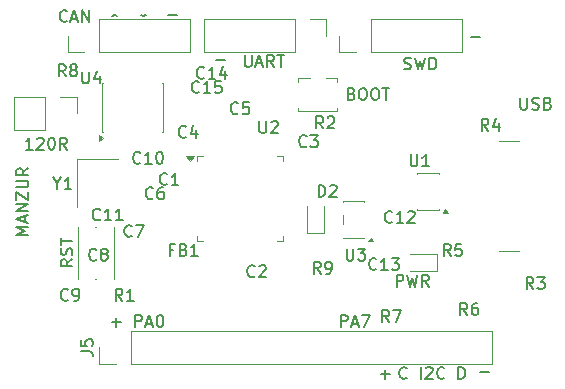
<source format=gbr>
%TF.GenerationSoftware,KiCad,Pcbnew,9.0.6-9.0.6~ubuntu24.04.1*%
%TF.CreationDate,2025-12-02T22:29:15-06:00*%
%TF.ProjectId,Kicad_stm32_1st,4b696361-645f-4737-946d-33325f317374,rev?*%
%TF.SameCoordinates,Original*%
%TF.FileFunction,Legend,Top*%
%TF.FilePolarity,Positive*%
%FSLAX46Y46*%
G04 Gerber Fmt 4.6, Leading zero omitted, Abs format (unit mm)*
G04 Created by KiCad (PCBNEW 9.0.6-9.0.6~ubuntu24.04.1) date 2025-12-02 22:29:15*
%MOMM*%
%LPD*%
G01*
G04 APERTURE LIST*
%ADD10C,0.150000*%
%ADD11C,0.120000*%
G04 APERTURE END LIST*
D10*
X85336779Y-54488866D02*
X86098684Y-54488866D01*
X73469819Y-73063220D02*
X72469819Y-73063220D01*
X72469819Y-73063220D02*
X73184104Y-72729887D01*
X73184104Y-72729887D02*
X72469819Y-72396554D01*
X72469819Y-72396554D02*
X73469819Y-72396554D01*
X73184104Y-71967982D02*
X73184104Y-71491792D01*
X73469819Y-72063220D02*
X72469819Y-71729887D01*
X72469819Y-71729887D02*
X73469819Y-71396554D01*
X73469819Y-71063220D02*
X72469819Y-71063220D01*
X72469819Y-71063220D02*
X73469819Y-70491792D01*
X73469819Y-70491792D02*
X72469819Y-70491792D01*
X72469819Y-70110839D02*
X72469819Y-69444173D01*
X72469819Y-69444173D02*
X73469819Y-70110839D01*
X73469819Y-70110839D02*
X73469819Y-69444173D01*
X72469819Y-69063220D02*
X73279342Y-69063220D01*
X73279342Y-69063220D02*
X73374580Y-69015601D01*
X73374580Y-69015601D02*
X73422200Y-68967982D01*
X73422200Y-68967982D02*
X73469819Y-68872744D01*
X73469819Y-68872744D02*
X73469819Y-68682268D01*
X73469819Y-68682268D02*
X73422200Y-68587030D01*
X73422200Y-68587030D02*
X73374580Y-68539411D01*
X73374580Y-68539411D02*
X73279342Y-68491792D01*
X73279342Y-68491792D02*
X72469819Y-68491792D01*
X73469819Y-67444173D02*
X72993628Y-67777506D01*
X73469819Y-68015601D02*
X72469819Y-68015601D01*
X72469819Y-68015601D02*
X72469819Y-67634649D01*
X72469819Y-67634649D02*
X72517438Y-67539411D01*
X72517438Y-67539411D02*
X72565057Y-67491792D01*
X72565057Y-67491792D02*
X72660295Y-67444173D01*
X72660295Y-67444173D02*
X72803152Y-67444173D01*
X72803152Y-67444173D02*
X72898390Y-67491792D01*
X72898390Y-67491792D02*
X72946009Y-67539411D01*
X72946009Y-67539411D02*
X72993628Y-67634649D01*
X72993628Y-67634649D02*
X72993628Y-68015601D01*
X80536779Y-80488866D02*
X81298684Y-80488866D01*
X80917731Y-80869819D02*
X80917731Y-80107914D01*
X99936779Y-80869819D02*
X99936779Y-79869819D01*
X99936779Y-79869819D02*
X100317731Y-79869819D01*
X100317731Y-79869819D02*
X100412969Y-79917438D01*
X100412969Y-79917438D02*
X100460588Y-79965057D01*
X100460588Y-79965057D02*
X100508207Y-80060295D01*
X100508207Y-80060295D02*
X100508207Y-80203152D01*
X100508207Y-80203152D02*
X100460588Y-80298390D01*
X100460588Y-80298390D02*
X100412969Y-80346009D01*
X100412969Y-80346009D02*
X100317731Y-80393628D01*
X100317731Y-80393628D02*
X99936779Y-80393628D01*
X100889160Y-80584104D02*
X101365350Y-80584104D01*
X100793922Y-80869819D02*
X101127255Y-79869819D01*
X101127255Y-79869819D02*
X101460588Y-80869819D01*
X101698684Y-79869819D02*
X102365350Y-79869819D01*
X102365350Y-79869819D02*
X101936779Y-80869819D01*
X82536779Y-80869819D02*
X82536779Y-79869819D01*
X82536779Y-79869819D02*
X82917731Y-79869819D01*
X82917731Y-79869819D02*
X83012969Y-79917438D01*
X83012969Y-79917438D02*
X83060588Y-79965057D01*
X83060588Y-79965057D02*
X83108207Y-80060295D01*
X83108207Y-80060295D02*
X83108207Y-80203152D01*
X83108207Y-80203152D02*
X83060588Y-80298390D01*
X83060588Y-80298390D02*
X83012969Y-80346009D01*
X83012969Y-80346009D02*
X82917731Y-80393628D01*
X82917731Y-80393628D02*
X82536779Y-80393628D01*
X83489160Y-80584104D02*
X83965350Y-80584104D01*
X83393922Y-80869819D02*
X83727255Y-79869819D01*
X83727255Y-79869819D02*
X84060588Y-80869819D01*
X84584398Y-79869819D02*
X84679636Y-79869819D01*
X84679636Y-79869819D02*
X84774874Y-79917438D01*
X84774874Y-79917438D02*
X84822493Y-79965057D01*
X84822493Y-79965057D02*
X84870112Y-80060295D01*
X84870112Y-80060295D02*
X84917731Y-80250771D01*
X84917731Y-80250771D02*
X84917731Y-80488866D01*
X84917731Y-80488866D02*
X84870112Y-80679342D01*
X84870112Y-80679342D02*
X84822493Y-80774580D01*
X84822493Y-80774580D02*
X84774874Y-80822200D01*
X84774874Y-80822200D02*
X84679636Y-80869819D01*
X84679636Y-80869819D02*
X84584398Y-80869819D01*
X84584398Y-80869819D02*
X84489160Y-80822200D01*
X84489160Y-80822200D02*
X84441541Y-80774580D01*
X84441541Y-80774580D02*
X84393922Y-80679342D01*
X84393922Y-80679342D02*
X84346303Y-80488866D01*
X84346303Y-80488866D02*
X84346303Y-80250771D01*
X84346303Y-80250771D02*
X84393922Y-80060295D01*
X84393922Y-80060295D02*
X84441541Y-79965057D01*
X84441541Y-79965057D02*
X84489160Y-79917438D01*
X84489160Y-79917438D02*
X84584398Y-79869819D01*
X115136779Y-61469819D02*
X115136779Y-62279342D01*
X115136779Y-62279342D02*
X115184398Y-62374580D01*
X115184398Y-62374580D02*
X115232017Y-62422200D01*
X115232017Y-62422200D02*
X115327255Y-62469819D01*
X115327255Y-62469819D02*
X115517731Y-62469819D01*
X115517731Y-62469819D02*
X115612969Y-62422200D01*
X115612969Y-62422200D02*
X115660588Y-62374580D01*
X115660588Y-62374580D02*
X115708207Y-62279342D01*
X115708207Y-62279342D02*
X115708207Y-61469819D01*
X116136779Y-62422200D02*
X116279636Y-62469819D01*
X116279636Y-62469819D02*
X116517731Y-62469819D01*
X116517731Y-62469819D02*
X116612969Y-62422200D01*
X116612969Y-62422200D02*
X116660588Y-62374580D01*
X116660588Y-62374580D02*
X116708207Y-62279342D01*
X116708207Y-62279342D02*
X116708207Y-62184104D01*
X116708207Y-62184104D02*
X116660588Y-62088866D01*
X116660588Y-62088866D02*
X116612969Y-62041247D01*
X116612969Y-62041247D02*
X116517731Y-61993628D01*
X116517731Y-61993628D02*
X116327255Y-61946009D01*
X116327255Y-61946009D02*
X116232017Y-61898390D01*
X116232017Y-61898390D02*
X116184398Y-61850771D01*
X116184398Y-61850771D02*
X116136779Y-61755533D01*
X116136779Y-61755533D02*
X116136779Y-61660295D01*
X116136779Y-61660295D02*
X116184398Y-61565057D01*
X116184398Y-61565057D02*
X116232017Y-61517438D01*
X116232017Y-61517438D02*
X116327255Y-61469819D01*
X116327255Y-61469819D02*
X116565350Y-61469819D01*
X116565350Y-61469819D02*
X116708207Y-61517438D01*
X117470112Y-61946009D02*
X117612969Y-61993628D01*
X117612969Y-61993628D02*
X117660588Y-62041247D01*
X117660588Y-62041247D02*
X117708207Y-62136485D01*
X117708207Y-62136485D02*
X117708207Y-62279342D01*
X117708207Y-62279342D02*
X117660588Y-62374580D01*
X117660588Y-62374580D02*
X117612969Y-62422200D01*
X117612969Y-62422200D02*
X117517731Y-62469819D01*
X117517731Y-62469819D02*
X117136779Y-62469819D01*
X117136779Y-62469819D02*
X117136779Y-61469819D01*
X117136779Y-61469819D02*
X117470112Y-61469819D01*
X117470112Y-61469819D02*
X117565350Y-61517438D01*
X117565350Y-61517438D02*
X117612969Y-61565057D01*
X117612969Y-61565057D02*
X117660588Y-61660295D01*
X117660588Y-61660295D02*
X117660588Y-61755533D01*
X117660588Y-61755533D02*
X117612969Y-61850771D01*
X117612969Y-61850771D02*
X117565350Y-61898390D01*
X117565350Y-61898390D02*
X117470112Y-61946009D01*
X117470112Y-61946009D02*
X117136779Y-61946009D01*
X103336779Y-84888866D02*
X104098684Y-84888866D01*
X103717731Y-85269819D02*
X103717731Y-84507914D01*
X111736779Y-84688866D02*
X112498684Y-84688866D01*
X105508207Y-85174580D02*
X105460588Y-85222200D01*
X105460588Y-85222200D02*
X105317731Y-85269819D01*
X105317731Y-85269819D02*
X105222493Y-85269819D01*
X105222493Y-85269819D02*
X105079636Y-85222200D01*
X105079636Y-85222200D02*
X104984398Y-85126961D01*
X104984398Y-85126961D02*
X104936779Y-85031723D01*
X104936779Y-85031723D02*
X104889160Y-84841247D01*
X104889160Y-84841247D02*
X104889160Y-84698390D01*
X104889160Y-84698390D02*
X104936779Y-84507914D01*
X104936779Y-84507914D02*
X104984398Y-84412676D01*
X104984398Y-84412676D02*
X105079636Y-84317438D01*
X105079636Y-84317438D02*
X105222493Y-84269819D01*
X105222493Y-84269819D02*
X105317731Y-84269819D01*
X105317731Y-84269819D02*
X105460588Y-84317438D01*
X105460588Y-84317438D02*
X105508207Y-84365057D01*
X106698684Y-85269819D02*
X106698684Y-84269819D01*
X107127255Y-84365057D02*
X107174874Y-84317438D01*
X107174874Y-84317438D02*
X107270112Y-84269819D01*
X107270112Y-84269819D02*
X107508207Y-84269819D01*
X107508207Y-84269819D02*
X107603445Y-84317438D01*
X107603445Y-84317438D02*
X107651064Y-84365057D01*
X107651064Y-84365057D02*
X107698683Y-84460295D01*
X107698683Y-84460295D02*
X107698683Y-84555533D01*
X107698683Y-84555533D02*
X107651064Y-84698390D01*
X107651064Y-84698390D02*
X107079636Y-85269819D01*
X107079636Y-85269819D02*
X107698683Y-85269819D01*
X108698683Y-85174580D02*
X108651064Y-85222200D01*
X108651064Y-85222200D02*
X108508207Y-85269819D01*
X108508207Y-85269819D02*
X108412969Y-85269819D01*
X108412969Y-85269819D02*
X108270112Y-85222200D01*
X108270112Y-85222200D02*
X108174874Y-85126961D01*
X108174874Y-85126961D02*
X108127255Y-85031723D01*
X108127255Y-85031723D02*
X108079636Y-84841247D01*
X108079636Y-84841247D02*
X108079636Y-84698390D01*
X108079636Y-84698390D02*
X108127255Y-84507914D01*
X108127255Y-84507914D02*
X108174874Y-84412676D01*
X108174874Y-84412676D02*
X108270112Y-84317438D01*
X108270112Y-84317438D02*
X108412969Y-84269819D01*
X108412969Y-84269819D02*
X108508207Y-84269819D01*
X108508207Y-84269819D02*
X108651064Y-84317438D01*
X108651064Y-84317438D02*
X108698683Y-84365057D01*
X109889160Y-85269819D02*
X109889160Y-84269819D01*
X109889160Y-84269819D02*
X110127255Y-84269819D01*
X110127255Y-84269819D02*
X110270112Y-84317438D01*
X110270112Y-84317438D02*
X110365350Y-84412676D01*
X110365350Y-84412676D02*
X110412969Y-84507914D01*
X110412969Y-84507914D02*
X110460588Y-84698390D01*
X110460588Y-84698390D02*
X110460588Y-84841247D01*
X110460588Y-84841247D02*
X110412969Y-85031723D01*
X110412969Y-85031723D02*
X110365350Y-85126961D01*
X110365350Y-85126961D02*
X110270112Y-85222200D01*
X110270112Y-85222200D02*
X110127255Y-85269819D01*
X110127255Y-85269819D02*
X109889160Y-85269819D01*
X89336779Y-58288866D02*
X90098684Y-58288866D01*
X110936779Y-56288866D02*
X111698684Y-56288866D01*
X83406077Y-54434942D02*
X83215601Y-54577800D01*
X83215601Y-54577800D02*
X83025125Y-54434942D01*
X80593922Y-54565057D02*
X80784398Y-54422200D01*
X80784398Y-54422200D02*
X80974874Y-54565057D01*
X105289160Y-59022200D02*
X105432017Y-59069819D01*
X105432017Y-59069819D02*
X105670112Y-59069819D01*
X105670112Y-59069819D02*
X105765350Y-59022200D01*
X105765350Y-59022200D02*
X105812969Y-58974580D01*
X105812969Y-58974580D02*
X105860588Y-58879342D01*
X105860588Y-58879342D02*
X105860588Y-58784104D01*
X105860588Y-58784104D02*
X105812969Y-58688866D01*
X105812969Y-58688866D02*
X105765350Y-58641247D01*
X105765350Y-58641247D02*
X105670112Y-58593628D01*
X105670112Y-58593628D02*
X105479636Y-58546009D01*
X105479636Y-58546009D02*
X105384398Y-58498390D01*
X105384398Y-58498390D02*
X105336779Y-58450771D01*
X105336779Y-58450771D02*
X105289160Y-58355533D01*
X105289160Y-58355533D02*
X105289160Y-58260295D01*
X105289160Y-58260295D02*
X105336779Y-58165057D01*
X105336779Y-58165057D02*
X105384398Y-58117438D01*
X105384398Y-58117438D02*
X105479636Y-58069819D01*
X105479636Y-58069819D02*
X105717731Y-58069819D01*
X105717731Y-58069819D02*
X105860588Y-58117438D01*
X106193922Y-58069819D02*
X106432017Y-59069819D01*
X106432017Y-59069819D02*
X106622493Y-58355533D01*
X106622493Y-58355533D02*
X106812969Y-59069819D01*
X106812969Y-59069819D02*
X107051065Y-58069819D01*
X107432017Y-59069819D02*
X107432017Y-58069819D01*
X107432017Y-58069819D02*
X107670112Y-58069819D01*
X107670112Y-58069819D02*
X107812969Y-58117438D01*
X107812969Y-58117438D02*
X107908207Y-58212676D01*
X107908207Y-58212676D02*
X107955826Y-58307914D01*
X107955826Y-58307914D02*
X108003445Y-58498390D01*
X108003445Y-58498390D02*
X108003445Y-58641247D01*
X108003445Y-58641247D02*
X107955826Y-58831723D01*
X107955826Y-58831723D02*
X107908207Y-58926961D01*
X107908207Y-58926961D02*
X107812969Y-59022200D01*
X107812969Y-59022200D02*
X107670112Y-59069819D01*
X107670112Y-59069819D02*
X107432017Y-59069819D01*
X112433333Y-64254819D02*
X112100000Y-63778628D01*
X111861905Y-64254819D02*
X111861905Y-63254819D01*
X111861905Y-63254819D02*
X112242857Y-63254819D01*
X112242857Y-63254819D02*
X112338095Y-63302438D01*
X112338095Y-63302438D02*
X112385714Y-63350057D01*
X112385714Y-63350057D02*
X112433333Y-63445295D01*
X112433333Y-63445295D02*
X112433333Y-63588152D01*
X112433333Y-63588152D02*
X112385714Y-63683390D01*
X112385714Y-63683390D02*
X112338095Y-63731009D01*
X112338095Y-63731009D02*
X112242857Y-63778628D01*
X112242857Y-63778628D02*
X111861905Y-63778628D01*
X113290476Y-63588152D02*
X113290476Y-64254819D01*
X113052381Y-63207200D02*
X112814286Y-63921485D01*
X112814286Y-63921485D02*
X113433333Y-63921485D01*
X110633333Y-79854819D02*
X110300000Y-79378628D01*
X110061905Y-79854819D02*
X110061905Y-78854819D01*
X110061905Y-78854819D02*
X110442857Y-78854819D01*
X110442857Y-78854819D02*
X110538095Y-78902438D01*
X110538095Y-78902438D02*
X110585714Y-78950057D01*
X110585714Y-78950057D02*
X110633333Y-79045295D01*
X110633333Y-79045295D02*
X110633333Y-79188152D01*
X110633333Y-79188152D02*
X110585714Y-79283390D01*
X110585714Y-79283390D02*
X110538095Y-79331009D01*
X110538095Y-79331009D02*
X110442857Y-79378628D01*
X110442857Y-79378628D02*
X110061905Y-79378628D01*
X111490476Y-78854819D02*
X111300000Y-78854819D01*
X111300000Y-78854819D02*
X111204762Y-78902438D01*
X111204762Y-78902438D02*
X111157143Y-78950057D01*
X111157143Y-78950057D02*
X111061905Y-79092914D01*
X111061905Y-79092914D02*
X111014286Y-79283390D01*
X111014286Y-79283390D02*
X111014286Y-79664342D01*
X111014286Y-79664342D02*
X111061905Y-79759580D01*
X111061905Y-79759580D02*
X111109524Y-79807200D01*
X111109524Y-79807200D02*
X111204762Y-79854819D01*
X111204762Y-79854819D02*
X111395238Y-79854819D01*
X111395238Y-79854819D02*
X111490476Y-79807200D01*
X111490476Y-79807200D02*
X111538095Y-79759580D01*
X111538095Y-79759580D02*
X111585714Y-79664342D01*
X111585714Y-79664342D02*
X111585714Y-79426247D01*
X111585714Y-79426247D02*
X111538095Y-79331009D01*
X111538095Y-79331009D02*
X111490476Y-79283390D01*
X111490476Y-79283390D02*
X111395238Y-79235771D01*
X111395238Y-79235771D02*
X111204762Y-79235771D01*
X111204762Y-79235771D02*
X111109524Y-79283390D01*
X111109524Y-79283390D02*
X111061905Y-79331009D01*
X111061905Y-79331009D02*
X111014286Y-79426247D01*
X104033333Y-80454819D02*
X103700000Y-79978628D01*
X103461905Y-80454819D02*
X103461905Y-79454819D01*
X103461905Y-79454819D02*
X103842857Y-79454819D01*
X103842857Y-79454819D02*
X103938095Y-79502438D01*
X103938095Y-79502438D02*
X103985714Y-79550057D01*
X103985714Y-79550057D02*
X104033333Y-79645295D01*
X104033333Y-79645295D02*
X104033333Y-79788152D01*
X104033333Y-79788152D02*
X103985714Y-79883390D01*
X103985714Y-79883390D02*
X103938095Y-79931009D01*
X103938095Y-79931009D02*
X103842857Y-79978628D01*
X103842857Y-79978628D02*
X103461905Y-79978628D01*
X104366667Y-79454819D02*
X105033333Y-79454819D01*
X105033333Y-79454819D02*
X104604762Y-80454819D01*
X116233333Y-77654819D02*
X115900000Y-77178628D01*
X115661905Y-77654819D02*
X115661905Y-76654819D01*
X115661905Y-76654819D02*
X116042857Y-76654819D01*
X116042857Y-76654819D02*
X116138095Y-76702438D01*
X116138095Y-76702438D02*
X116185714Y-76750057D01*
X116185714Y-76750057D02*
X116233333Y-76845295D01*
X116233333Y-76845295D02*
X116233333Y-76988152D01*
X116233333Y-76988152D02*
X116185714Y-77083390D01*
X116185714Y-77083390D02*
X116138095Y-77131009D01*
X116138095Y-77131009D02*
X116042857Y-77178628D01*
X116042857Y-77178628D02*
X115661905Y-77178628D01*
X116566667Y-76654819D02*
X117185714Y-76654819D01*
X117185714Y-76654819D02*
X116852381Y-77035771D01*
X116852381Y-77035771D02*
X116995238Y-77035771D01*
X116995238Y-77035771D02*
X117090476Y-77083390D01*
X117090476Y-77083390D02*
X117138095Y-77131009D01*
X117138095Y-77131009D02*
X117185714Y-77226247D01*
X117185714Y-77226247D02*
X117185714Y-77464342D01*
X117185714Y-77464342D02*
X117138095Y-77559580D01*
X117138095Y-77559580D02*
X117090476Y-77607200D01*
X117090476Y-77607200D02*
X116995238Y-77654819D01*
X116995238Y-77654819D02*
X116709524Y-77654819D01*
X116709524Y-77654819D02*
X116614286Y-77607200D01*
X116614286Y-77607200D02*
X116566667Y-77559580D01*
X109233333Y-74854819D02*
X108900000Y-74378628D01*
X108661905Y-74854819D02*
X108661905Y-73854819D01*
X108661905Y-73854819D02*
X109042857Y-73854819D01*
X109042857Y-73854819D02*
X109138095Y-73902438D01*
X109138095Y-73902438D02*
X109185714Y-73950057D01*
X109185714Y-73950057D02*
X109233333Y-74045295D01*
X109233333Y-74045295D02*
X109233333Y-74188152D01*
X109233333Y-74188152D02*
X109185714Y-74283390D01*
X109185714Y-74283390D02*
X109138095Y-74331009D01*
X109138095Y-74331009D02*
X109042857Y-74378628D01*
X109042857Y-74378628D02*
X108661905Y-74378628D01*
X110138095Y-73854819D02*
X109661905Y-73854819D01*
X109661905Y-73854819D02*
X109614286Y-74331009D01*
X109614286Y-74331009D02*
X109661905Y-74283390D01*
X109661905Y-74283390D02*
X109757143Y-74235771D01*
X109757143Y-74235771D02*
X109995238Y-74235771D01*
X109995238Y-74235771D02*
X110090476Y-74283390D01*
X110090476Y-74283390D02*
X110138095Y-74331009D01*
X110138095Y-74331009D02*
X110185714Y-74426247D01*
X110185714Y-74426247D02*
X110185714Y-74664342D01*
X110185714Y-74664342D02*
X110138095Y-74759580D01*
X110138095Y-74759580D02*
X110090476Y-74807200D01*
X110090476Y-74807200D02*
X109995238Y-74854819D01*
X109995238Y-74854819D02*
X109757143Y-74854819D01*
X109757143Y-74854819D02*
X109661905Y-74807200D01*
X109661905Y-74807200D02*
X109614286Y-74759580D01*
X102957142Y-75959580D02*
X102909523Y-76007200D01*
X102909523Y-76007200D02*
X102766666Y-76054819D01*
X102766666Y-76054819D02*
X102671428Y-76054819D01*
X102671428Y-76054819D02*
X102528571Y-76007200D01*
X102528571Y-76007200D02*
X102433333Y-75911961D01*
X102433333Y-75911961D02*
X102385714Y-75816723D01*
X102385714Y-75816723D02*
X102338095Y-75626247D01*
X102338095Y-75626247D02*
X102338095Y-75483390D01*
X102338095Y-75483390D02*
X102385714Y-75292914D01*
X102385714Y-75292914D02*
X102433333Y-75197676D01*
X102433333Y-75197676D02*
X102528571Y-75102438D01*
X102528571Y-75102438D02*
X102671428Y-75054819D01*
X102671428Y-75054819D02*
X102766666Y-75054819D01*
X102766666Y-75054819D02*
X102909523Y-75102438D01*
X102909523Y-75102438D02*
X102957142Y-75150057D01*
X103909523Y-76054819D02*
X103338095Y-76054819D01*
X103623809Y-76054819D02*
X103623809Y-75054819D01*
X103623809Y-75054819D02*
X103528571Y-75197676D01*
X103528571Y-75197676D02*
X103433333Y-75292914D01*
X103433333Y-75292914D02*
X103338095Y-75340533D01*
X104242857Y-75054819D02*
X104861904Y-75054819D01*
X104861904Y-75054819D02*
X104528571Y-75435771D01*
X104528571Y-75435771D02*
X104671428Y-75435771D01*
X104671428Y-75435771D02*
X104766666Y-75483390D01*
X104766666Y-75483390D02*
X104814285Y-75531009D01*
X104814285Y-75531009D02*
X104861904Y-75626247D01*
X104861904Y-75626247D02*
X104861904Y-75864342D01*
X104861904Y-75864342D02*
X104814285Y-75959580D01*
X104814285Y-75959580D02*
X104766666Y-76007200D01*
X104766666Y-76007200D02*
X104671428Y-76054819D01*
X104671428Y-76054819D02*
X104385714Y-76054819D01*
X104385714Y-76054819D02*
X104290476Y-76007200D01*
X104290476Y-76007200D02*
X104242857Y-75959580D01*
X104277142Y-71959580D02*
X104229523Y-72007200D01*
X104229523Y-72007200D02*
X104086666Y-72054819D01*
X104086666Y-72054819D02*
X103991428Y-72054819D01*
X103991428Y-72054819D02*
X103848571Y-72007200D01*
X103848571Y-72007200D02*
X103753333Y-71911961D01*
X103753333Y-71911961D02*
X103705714Y-71816723D01*
X103705714Y-71816723D02*
X103658095Y-71626247D01*
X103658095Y-71626247D02*
X103658095Y-71483390D01*
X103658095Y-71483390D02*
X103705714Y-71292914D01*
X103705714Y-71292914D02*
X103753333Y-71197676D01*
X103753333Y-71197676D02*
X103848571Y-71102438D01*
X103848571Y-71102438D02*
X103991428Y-71054819D01*
X103991428Y-71054819D02*
X104086666Y-71054819D01*
X104086666Y-71054819D02*
X104229523Y-71102438D01*
X104229523Y-71102438D02*
X104277142Y-71150057D01*
X105229523Y-72054819D02*
X104658095Y-72054819D01*
X104943809Y-72054819D02*
X104943809Y-71054819D01*
X104943809Y-71054819D02*
X104848571Y-71197676D01*
X104848571Y-71197676D02*
X104753333Y-71292914D01*
X104753333Y-71292914D02*
X104658095Y-71340533D01*
X105610476Y-71150057D02*
X105658095Y-71102438D01*
X105658095Y-71102438D02*
X105753333Y-71054819D01*
X105753333Y-71054819D02*
X105991428Y-71054819D01*
X105991428Y-71054819D02*
X106086666Y-71102438D01*
X106086666Y-71102438D02*
X106134285Y-71150057D01*
X106134285Y-71150057D02*
X106181904Y-71245295D01*
X106181904Y-71245295D02*
X106181904Y-71340533D01*
X106181904Y-71340533D02*
X106134285Y-71483390D01*
X106134285Y-71483390D02*
X105562857Y-72054819D01*
X105562857Y-72054819D02*
X106181904Y-72054819D01*
X97033333Y-65559580D02*
X96985714Y-65607200D01*
X96985714Y-65607200D02*
X96842857Y-65654819D01*
X96842857Y-65654819D02*
X96747619Y-65654819D01*
X96747619Y-65654819D02*
X96604762Y-65607200D01*
X96604762Y-65607200D02*
X96509524Y-65511961D01*
X96509524Y-65511961D02*
X96461905Y-65416723D01*
X96461905Y-65416723D02*
X96414286Y-65226247D01*
X96414286Y-65226247D02*
X96414286Y-65083390D01*
X96414286Y-65083390D02*
X96461905Y-64892914D01*
X96461905Y-64892914D02*
X96509524Y-64797676D01*
X96509524Y-64797676D02*
X96604762Y-64702438D01*
X96604762Y-64702438D02*
X96747619Y-64654819D01*
X96747619Y-64654819D02*
X96842857Y-64654819D01*
X96842857Y-64654819D02*
X96985714Y-64702438D01*
X96985714Y-64702438D02*
X97033333Y-64750057D01*
X97366667Y-64654819D02*
X97985714Y-64654819D01*
X97985714Y-64654819D02*
X97652381Y-65035771D01*
X97652381Y-65035771D02*
X97795238Y-65035771D01*
X97795238Y-65035771D02*
X97890476Y-65083390D01*
X97890476Y-65083390D02*
X97938095Y-65131009D01*
X97938095Y-65131009D02*
X97985714Y-65226247D01*
X97985714Y-65226247D02*
X97985714Y-65464342D01*
X97985714Y-65464342D02*
X97938095Y-65559580D01*
X97938095Y-65559580D02*
X97890476Y-65607200D01*
X97890476Y-65607200D02*
X97795238Y-65654819D01*
X97795238Y-65654819D02*
X97509524Y-65654819D01*
X97509524Y-65654819D02*
X97414286Y-65607200D01*
X97414286Y-65607200D02*
X97366667Y-65559580D01*
X98233333Y-76364819D02*
X97900000Y-75888628D01*
X97661905Y-76364819D02*
X97661905Y-75364819D01*
X97661905Y-75364819D02*
X98042857Y-75364819D01*
X98042857Y-75364819D02*
X98138095Y-75412438D01*
X98138095Y-75412438D02*
X98185714Y-75460057D01*
X98185714Y-75460057D02*
X98233333Y-75555295D01*
X98233333Y-75555295D02*
X98233333Y-75698152D01*
X98233333Y-75698152D02*
X98185714Y-75793390D01*
X98185714Y-75793390D02*
X98138095Y-75841009D01*
X98138095Y-75841009D02*
X98042857Y-75888628D01*
X98042857Y-75888628D02*
X97661905Y-75888628D01*
X98709524Y-76364819D02*
X98900000Y-76364819D01*
X98900000Y-76364819D02*
X98995238Y-76317200D01*
X98995238Y-76317200D02*
X99042857Y-76269580D01*
X99042857Y-76269580D02*
X99138095Y-76126723D01*
X99138095Y-76126723D02*
X99185714Y-75936247D01*
X99185714Y-75936247D02*
X99185714Y-75555295D01*
X99185714Y-75555295D02*
X99138095Y-75460057D01*
X99138095Y-75460057D02*
X99090476Y-75412438D01*
X99090476Y-75412438D02*
X98995238Y-75364819D01*
X98995238Y-75364819D02*
X98804762Y-75364819D01*
X98804762Y-75364819D02*
X98709524Y-75412438D01*
X98709524Y-75412438D02*
X98661905Y-75460057D01*
X98661905Y-75460057D02*
X98614286Y-75555295D01*
X98614286Y-75555295D02*
X98614286Y-75793390D01*
X98614286Y-75793390D02*
X98661905Y-75888628D01*
X98661905Y-75888628D02*
X98709524Y-75936247D01*
X98709524Y-75936247D02*
X98804762Y-75983866D01*
X98804762Y-75983866D02*
X98995238Y-75983866D01*
X98995238Y-75983866D02*
X99090476Y-75936247D01*
X99090476Y-75936247D02*
X99138095Y-75888628D01*
X99138095Y-75888628D02*
X99185714Y-75793390D01*
X92633333Y-76559580D02*
X92585714Y-76607200D01*
X92585714Y-76607200D02*
X92442857Y-76654819D01*
X92442857Y-76654819D02*
X92347619Y-76654819D01*
X92347619Y-76654819D02*
X92204762Y-76607200D01*
X92204762Y-76607200D02*
X92109524Y-76511961D01*
X92109524Y-76511961D02*
X92061905Y-76416723D01*
X92061905Y-76416723D02*
X92014286Y-76226247D01*
X92014286Y-76226247D02*
X92014286Y-76083390D01*
X92014286Y-76083390D02*
X92061905Y-75892914D01*
X92061905Y-75892914D02*
X92109524Y-75797676D01*
X92109524Y-75797676D02*
X92204762Y-75702438D01*
X92204762Y-75702438D02*
X92347619Y-75654819D01*
X92347619Y-75654819D02*
X92442857Y-75654819D01*
X92442857Y-75654819D02*
X92585714Y-75702438D01*
X92585714Y-75702438D02*
X92633333Y-75750057D01*
X93014286Y-75750057D02*
X93061905Y-75702438D01*
X93061905Y-75702438D02*
X93157143Y-75654819D01*
X93157143Y-75654819D02*
X93395238Y-75654819D01*
X93395238Y-75654819D02*
X93490476Y-75702438D01*
X93490476Y-75702438D02*
X93538095Y-75750057D01*
X93538095Y-75750057D02*
X93585714Y-75845295D01*
X93585714Y-75845295D02*
X93585714Y-75940533D01*
X93585714Y-75940533D02*
X93538095Y-76083390D01*
X93538095Y-76083390D02*
X92966667Y-76654819D01*
X92966667Y-76654819D02*
X93585714Y-76654819D01*
X86833333Y-64759580D02*
X86785714Y-64807200D01*
X86785714Y-64807200D02*
X86642857Y-64854819D01*
X86642857Y-64854819D02*
X86547619Y-64854819D01*
X86547619Y-64854819D02*
X86404762Y-64807200D01*
X86404762Y-64807200D02*
X86309524Y-64711961D01*
X86309524Y-64711961D02*
X86261905Y-64616723D01*
X86261905Y-64616723D02*
X86214286Y-64426247D01*
X86214286Y-64426247D02*
X86214286Y-64283390D01*
X86214286Y-64283390D02*
X86261905Y-64092914D01*
X86261905Y-64092914D02*
X86309524Y-63997676D01*
X86309524Y-63997676D02*
X86404762Y-63902438D01*
X86404762Y-63902438D02*
X86547619Y-63854819D01*
X86547619Y-63854819D02*
X86642857Y-63854819D01*
X86642857Y-63854819D02*
X86785714Y-63902438D01*
X86785714Y-63902438D02*
X86833333Y-63950057D01*
X87690476Y-64188152D02*
X87690476Y-64854819D01*
X87452381Y-63807200D02*
X87214286Y-64521485D01*
X87214286Y-64521485D02*
X87833333Y-64521485D01*
X87932142Y-60959580D02*
X87884523Y-61007200D01*
X87884523Y-61007200D02*
X87741666Y-61054819D01*
X87741666Y-61054819D02*
X87646428Y-61054819D01*
X87646428Y-61054819D02*
X87503571Y-61007200D01*
X87503571Y-61007200D02*
X87408333Y-60911961D01*
X87408333Y-60911961D02*
X87360714Y-60816723D01*
X87360714Y-60816723D02*
X87313095Y-60626247D01*
X87313095Y-60626247D02*
X87313095Y-60483390D01*
X87313095Y-60483390D02*
X87360714Y-60292914D01*
X87360714Y-60292914D02*
X87408333Y-60197676D01*
X87408333Y-60197676D02*
X87503571Y-60102438D01*
X87503571Y-60102438D02*
X87646428Y-60054819D01*
X87646428Y-60054819D02*
X87741666Y-60054819D01*
X87741666Y-60054819D02*
X87884523Y-60102438D01*
X87884523Y-60102438D02*
X87932142Y-60150057D01*
X88884523Y-61054819D02*
X88313095Y-61054819D01*
X88598809Y-61054819D02*
X88598809Y-60054819D01*
X88598809Y-60054819D02*
X88503571Y-60197676D01*
X88503571Y-60197676D02*
X88408333Y-60292914D01*
X88408333Y-60292914D02*
X88313095Y-60340533D01*
X89789285Y-60054819D02*
X89313095Y-60054819D01*
X89313095Y-60054819D02*
X89265476Y-60531009D01*
X89265476Y-60531009D02*
X89313095Y-60483390D01*
X89313095Y-60483390D02*
X89408333Y-60435771D01*
X89408333Y-60435771D02*
X89646428Y-60435771D01*
X89646428Y-60435771D02*
X89741666Y-60483390D01*
X89741666Y-60483390D02*
X89789285Y-60531009D01*
X89789285Y-60531009D02*
X89836904Y-60626247D01*
X89836904Y-60626247D02*
X89836904Y-60864342D01*
X89836904Y-60864342D02*
X89789285Y-60959580D01*
X89789285Y-60959580D02*
X89741666Y-61007200D01*
X89741666Y-61007200D02*
X89646428Y-61054819D01*
X89646428Y-61054819D02*
X89408333Y-61054819D01*
X89408333Y-61054819D02*
X89313095Y-61007200D01*
X89313095Y-61007200D02*
X89265476Y-60959580D01*
X88357142Y-59759580D02*
X88309523Y-59807200D01*
X88309523Y-59807200D02*
X88166666Y-59854819D01*
X88166666Y-59854819D02*
X88071428Y-59854819D01*
X88071428Y-59854819D02*
X87928571Y-59807200D01*
X87928571Y-59807200D02*
X87833333Y-59711961D01*
X87833333Y-59711961D02*
X87785714Y-59616723D01*
X87785714Y-59616723D02*
X87738095Y-59426247D01*
X87738095Y-59426247D02*
X87738095Y-59283390D01*
X87738095Y-59283390D02*
X87785714Y-59092914D01*
X87785714Y-59092914D02*
X87833333Y-58997676D01*
X87833333Y-58997676D02*
X87928571Y-58902438D01*
X87928571Y-58902438D02*
X88071428Y-58854819D01*
X88071428Y-58854819D02*
X88166666Y-58854819D01*
X88166666Y-58854819D02*
X88309523Y-58902438D01*
X88309523Y-58902438D02*
X88357142Y-58950057D01*
X89309523Y-59854819D02*
X88738095Y-59854819D01*
X89023809Y-59854819D02*
X89023809Y-58854819D01*
X89023809Y-58854819D02*
X88928571Y-58997676D01*
X88928571Y-58997676D02*
X88833333Y-59092914D01*
X88833333Y-59092914D02*
X88738095Y-59140533D01*
X90166666Y-59188152D02*
X90166666Y-59854819D01*
X89928571Y-58807200D02*
X89690476Y-59521485D01*
X89690476Y-59521485D02*
X90309523Y-59521485D01*
X76633333Y-59654819D02*
X76300000Y-59178628D01*
X76061905Y-59654819D02*
X76061905Y-58654819D01*
X76061905Y-58654819D02*
X76442857Y-58654819D01*
X76442857Y-58654819D02*
X76538095Y-58702438D01*
X76538095Y-58702438D02*
X76585714Y-58750057D01*
X76585714Y-58750057D02*
X76633333Y-58845295D01*
X76633333Y-58845295D02*
X76633333Y-58988152D01*
X76633333Y-58988152D02*
X76585714Y-59083390D01*
X76585714Y-59083390D02*
X76538095Y-59131009D01*
X76538095Y-59131009D02*
X76442857Y-59178628D01*
X76442857Y-59178628D02*
X76061905Y-59178628D01*
X77204762Y-59083390D02*
X77109524Y-59035771D01*
X77109524Y-59035771D02*
X77061905Y-58988152D01*
X77061905Y-58988152D02*
X77014286Y-58892914D01*
X77014286Y-58892914D02*
X77014286Y-58845295D01*
X77014286Y-58845295D02*
X77061905Y-58750057D01*
X77061905Y-58750057D02*
X77109524Y-58702438D01*
X77109524Y-58702438D02*
X77204762Y-58654819D01*
X77204762Y-58654819D02*
X77395238Y-58654819D01*
X77395238Y-58654819D02*
X77490476Y-58702438D01*
X77490476Y-58702438D02*
X77538095Y-58750057D01*
X77538095Y-58750057D02*
X77585714Y-58845295D01*
X77585714Y-58845295D02*
X77585714Y-58892914D01*
X77585714Y-58892914D02*
X77538095Y-58988152D01*
X77538095Y-58988152D02*
X77490476Y-59035771D01*
X77490476Y-59035771D02*
X77395238Y-59083390D01*
X77395238Y-59083390D02*
X77204762Y-59083390D01*
X77204762Y-59083390D02*
X77109524Y-59131009D01*
X77109524Y-59131009D02*
X77061905Y-59178628D01*
X77061905Y-59178628D02*
X77014286Y-59273866D01*
X77014286Y-59273866D02*
X77014286Y-59464342D01*
X77014286Y-59464342D02*
X77061905Y-59559580D01*
X77061905Y-59559580D02*
X77109524Y-59607200D01*
X77109524Y-59607200D02*
X77204762Y-59654819D01*
X77204762Y-59654819D02*
X77395238Y-59654819D01*
X77395238Y-59654819D02*
X77490476Y-59607200D01*
X77490476Y-59607200D02*
X77538095Y-59559580D01*
X77538095Y-59559580D02*
X77585714Y-59464342D01*
X77585714Y-59464342D02*
X77585714Y-59273866D01*
X77585714Y-59273866D02*
X77538095Y-59178628D01*
X77538095Y-59178628D02*
X77490476Y-59131009D01*
X77490476Y-59131009D02*
X77395238Y-59083390D01*
X76833333Y-78559580D02*
X76785714Y-78607200D01*
X76785714Y-78607200D02*
X76642857Y-78654819D01*
X76642857Y-78654819D02*
X76547619Y-78654819D01*
X76547619Y-78654819D02*
X76404762Y-78607200D01*
X76404762Y-78607200D02*
X76309524Y-78511961D01*
X76309524Y-78511961D02*
X76261905Y-78416723D01*
X76261905Y-78416723D02*
X76214286Y-78226247D01*
X76214286Y-78226247D02*
X76214286Y-78083390D01*
X76214286Y-78083390D02*
X76261905Y-77892914D01*
X76261905Y-77892914D02*
X76309524Y-77797676D01*
X76309524Y-77797676D02*
X76404762Y-77702438D01*
X76404762Y-77702438D02*
X76547619Y-77654819D01*
X76547619Y-77654819D02*
X76642857Y-77654819D01*
X76642857Y-77654819D02*
X76785714Y-77702438D01*
X76785714Y-77702438D02*
X76833333Y-77750057D01*
X77309524Y-78654819D02*
X77500000Y-78654819D01*
X77500000Y-78654819D02*
X77595238Y-78607200D01*
X77595238Y-78607200D02*
X77642857Y-78559580D01*
X77642857Y-78559580D02*
X77738095Y-78416723D01*
X77738095Y-78416723D02*
X77785714Y-78226247D01*
X77785714Y-78226247D02*
X77785714Y-77845295D01*
X77785714Y-77845295D02*
X77738095Y-77750057D01*
X77738095Y-77750057D02*
X77690476Y-77702438D01*
X77690476Y-77702438D02*
X77595238Y-77654819D01*
X77595238Y-77654819D02*
X77404762Y-77654819D01*
X77404762Y-77654819D02*
X77309524Y-77702438D01*
X77309524Y-77702438D02*
X77261905Y-77750057D01*
X77261905Y-77750057D02*
X77214286Y-77845295D01*
X77214286Y-77845295D02*
X77214286Y-78083390D01*
X77214286Y-78083390D02*
X77261905Y-78178628D01*
X77261905Y-78178628D02*
X77309524Y-78226247D01*
X77309524Y-78226247D02*
X77404762Y-78273866D01*
X77404762Y-78273866D02*
X77595238Y-78273866D01*
X77595238Y-78273866D02*
X77690476Y-78226247D01*
X77690476Y-78226247D02*
X77738095Y-78178628D01*
X77738095Y-78178628D02*
X77785714Y-78083390D01*
X81433333Y-78654819D02*
X81100000Y-78178628D01*
X80861905Y-78654819D02*
X80861905Y-77654819D01*
X80861905Y-77654819D02*
X81242857Y-77654819D01*
X81242857Y-77654819D02*
X81338095Y-77702438D01*
X81338095Y-77702438D02*
X81385714Y-77750057D01*
X81385714Y-77750057D02*
X81433333Y-77845295D01*
X81433333Y-77845295D02*
X81433333Y-77988152D01*
X81433333Y-77988152D02*
X81385714Y-78083390D01*
X81385714Y-78083390D02*
X81338095Y-78131009D01*
X81338095Y-78131009D02*
X81242857Y-78178628D01*
X81242857Y-78178628D02*
X80861905Y-78178628D01*
X82385714Y-78654819D02*
X81814286Y-78654819D01*
X82100000Y-78654819D02*
X82100000Y-77654819D01*
X82100000Y-77654819D02*
X82004762Y-77797676D01*
X82004762Y-77797676D02*
X81909524Y-77892914D01*
X81909524Y-77892914D02*
X81814286Y-77940533D01*
X79233333Y-75159580D02*
X79185714Y-75207200D01*
X79185714Y-75207200D02*
X79042857Y-75254819D01*
X79042857Y-75254819D02*
X78947619Y-75254819D01*
X78947619Y-75254819D02*
X78804762Y-75207200D01*
X78804762Y-75207200D02*
X78709524Y-75111961D01*
X78709524Y-75111961D02*
X78661905Y-75016723D01*
X78661905Y-75016723D02*
X78614286Y-74826247D01*
X78614286Y-74826247D02*
X78614286Y-74683390D01*
X78614286Y-74683390D02*
X78661905Y-74492914D01*
X78661905Y-74492914D02*
X78709524Y-74397676D01*
X78709524Y-74397676D02*
X78804762Y-74302438D01*
X78804762Y-74302438D02*
X78947619Y-74254819D01*
X78947619Y-74254819D02*
X79042857Y-74254819D01*
X79042857Y-74254819D02*
X79185714Y-74302438D01*
X79185714Y-74302438D02*
X79233333Y-74350057D01*
X79804762Y-74683390D02*
X79709524Y-74635771D01*
X79709524Y-74635771D02*
X79661905Y-74588152D01*
X79661905Y-74588152D02*
X79614286Y-74492914D01*
X79614286Y-74492914D02*
X79614286Y-74445295D01*
X79614286Y-74445295D02*
X79661905Y-74350057D01*
X79661905Y-74350057D02*
X79709524Y-74302438D01*
X79709524Y-74302438D02*
X79804762Y-74254819D01*
X79804762Y-74254819D02*
X79995238Y-74254819D01*
X79995238Y-74254819D02*
X80090476Y-74302438D01*
X80090476Y-74302438D02*
X80138095Y-74350057D01*
X80138095Y-74350057D02*
X80185714Y-74445295D01*
X80185714Y-74445295D02*
X80185714Y-74492914D01*
X80185714Y-74492914D02*
X80138095Y-74588152D01*
X80138095Y-74588152D02*
X80090476Y-74635771D01*
X80090476Y-74635771D02*
X79995238Y-74683390D01*
X79995238Y-74683390D02*
X79804762Y-74683390D01*
X79804762Y-74683390D02*
X79709524Y-74731009D01*
X79709524Y-74731009D02*
X79661905Y-74778628D01*
X79661905Y-74778628D02*
X79614286Y-74873866D01*
X79614286Y-74873866D02*
X79614286Y-75064342D01*
X79614286Y-75064342D02*
X79661905Y-75159580D01*
X79661905Y-75159580D02*
X79709524Y-75207200D01*
X79709524Y-75207200D02*
X79804762Y-75254819D01*
X79804762Y-75254819D02*
X79995238Y-75254819D01*
X79995238Y-75254819D02*
X80090476Y-75207200D01*
X80090476Y-75207200D02*
X80138095Y-75159580D01*
X80138095Y-75159580D02*
X80185714Y-75064342D01*
X80185714Y-75064342D02*
X80185714Y-74873866D01*
X80185714Y-74873866D02*
X80138095Y-74778628D01*
X80138095Y-74778628D02*
X80090476Y-74731009D01*
X80090476Y-74731009D02*
X79995238Y-74683390D01*
X82233333Y-73159580D02*
X82185714Y-73207200D01*
X82185714Y-73207200D02*
X82042857Y-73254819D01*
X82042857Y-73254819D02*
X81947619Y-73254819D01*
X81947619Y-73254819D02*
X81804762Y-73207200D01*
X81804762Y-73207200D02*
X81709524Y-73111961D01*
X81709524Y-73111961D02*
X81661905Y-73016723D01*
X81661905Y-73016723D02*
X81614286Y-72826247D01*
X81614286Y-72826247D02*
X81614286Y-72683390D01*
X81614286Y-72683390D02*
X81661905Y-72492914D01*
X81661905Y-72492914D02*
X81709524Y-72397676D01*
X81709524Y-72397676D02*
X81804762Y-72302438D01*
X81804762Y-72302438D02*
X81947619Y-72254819D01*
X81947619Y-72254819D02*
X82042857Y-72254819D01*
X82042857Y-72254819D02*
X82185714Y-72302438D01*
X82185714Y-72302438D02*
X82233333Y-72350057D01*
X82566667Y-72254819D02*
X83233333Y-72254819D01*
X83233333Y-72254819D02*
X82804762Y-73254819D01*
X85766666Y-74331009D02*
X85433333Y-74331009D01*
X85433333Y-74854819D02*
X85433333Y-73854819D01*
X85433333Y-73854819D02*
X85909523Y-73854819D01*
X86623809Y-74331009D02*
X86766666Y-74378628D01*
X86766666Y-74378628D02*
X86814285Y-74426247D01*
X86814285Y-74426247D02*
X86861904Y-74521485D01*
X86861904Y-74521485D02*
X86861904Y-74664342D01*
X86861904Y-74664342D02*
X86814285Y-74759580D01*
X86814285Y-74759580D02*
X86766666Y-74807200D01*
X86766666Y-74807200D02*
X86671428Y-74854819D01*
X86671428Y-74854819D02*
X86290476Y-74854819D01*
X86290476Y-74854819D02*
X86290476Y-73854819D01*
X86290476Y-73854819D02*
X86623809Y-73854819D01*
X86623809Y-73854819D02*
X86719047Y-73902438D01*
X86719047Y-73902438D02*
X86766666Y-73950057D01*
X86766666Y-73950057D02*
X86814285Y-74045295D01*
X86814285Y-74045295D02*
X86814285Y-74140533D01*
X86814285Y-74140533D02*
X86766666Y-74235771D01*
X86766666Y-74235771D02*
X86719047Y-74283390D01*
X86719047Y-74283390D02*
X86623809Y-74331009D01*
X86623809Y-74331009D02*
X86290476Y-74331009D01*
X87814285Y-74854819D02*
X87242857Y-74854819D01*
X87528571Y-74854819D02*
X87528571Y-73854819D01*
X87528571Y-73854819D02*
X87433333Y-73997676D01*
X87433333Y-73997676D02*
X87338095Y-74092914D01*
X87338095Y-74092914D02*
X87242857Y-74140533D01*
X84033333Y-69959580D02*
X83985714Y-70007200D01*
X83985714Y-70007200D02*
X83842857Y-70054819D01*
X83842857Y-70054819D02*
X83747619Y-70054819D01*
X83747619Y-70054819D02*
X83604762Y-70007200D01*
X83604762Y-70007200D02*
X83509524Y-69911961D01*
X83509524Y-69911961D02*
X83461905Y-69816723D01*
X83461905Y-69816723D02*
X83414286Y-69626247D01*
X83414286Y-69626247D02*
X83414286Y-69483390D01*
X83414286Y-69483390D02*
X83461905Y-69292914D01*
X83461905Y-69292914D02*
X83509524Y-69197676D01*
X83509524Y-69197676D02*
X83604762Y-69102438D01*
X83604762Y-69102438D02*
X83747619Y-69054819D01*
X83747619Y-69054819D02*
X83842857Y-69054819D01*
X83842857Y-69054819D02*
X83985714Y-69102438D01*
X83985714Y-69102438D02*
X84033333Y-69150057D01*
X84890476Y-69054819D02*
X84700000Y-69054819D01*
X84700000Y-69054819D02*
X84604762Y-69102438D01*
X84604762Y-69102438D02*
X84557143Y-69150057D01*
X84557143Y-69150057D02*
X84461905Y-69292914D01*
X84461905Y-69292914D02*
X84414286Y-69483390D01*
X84414286Y-69483390D02*
X84414286Y-69864342D01*
X84414286Y-69864342D02*
X84461905Y-69959580D01*
X84461905Y-69959580D02*
X84509524Y-70007200D01*
X84509524Y-70007200D02*
X84604762Y-70054819D01*
X84604762Y-70054819D02*
X84795238Y-70054819D01*
X84795238Y-70054819D02*
X84890476Y-70007200D01*
X84890476Y-70007200D02*
X84938095Y-69959580D01*
X84938095Y-69959580D02*
X84985714Y-69864342D01*
X84985714Y-69864342D02*
X84985714Y-69626247D01*
X84985714Y-69626247D02*
X84938095Y-69531009D01*
X84938095Y-69531009D02*
X84890476Y-69483390D01*
X84890476Y-69483390D02*
X84795238Y-69435771D01*
X84795238Y-69435771D02*
X84604762Y-69435771D01*
X84604762Y-69435771D02*
X84509524Y-69483390D01*
X84509524Y-69483390D02*
X84461905Y-69531009D01*
X84461905Y-69531009D02*
X84414286Y-69626247D01*
X79557142Y-71759580D02*
X79509523Y-71807200D01*
X79509523Y-71807200D02*
X79366666Y-71854819D01*
X79366666Y-71854819D02*
X79271428Y-71854819D01*
X79271428Y-71854819D02*
X79128571Y-71807200D01*
X79128571Y-71807200D02*
X79033333Y-71711961D01*
X79033333Y-71711961D02*
X78985714Y-71616723D01*
X78985714Y-71616723D02*
X78938095Y-71426247D01*
X78938095Y-71426247D02*
X78938095Y-71283390D01*
X78938095Y-71283390D02*
X78985714Y-71092914D01*
X78985714Y-71092914D02*
X79033333Y-70997676D01*
X79033333Y-70997676D02*
X79128571Y-70902438D01*
X79128571Y-70902438D02*
X79271428Y-70854819D01*
X79271428Y-70854819D02*
X79366666Y-70854819D01*
X79366666Y-70854819D02*
X79509523Y-70902438D01*
X79509523Y-70902438D02*
X79557142Y-70950057D01*
X80509523Y-71854819D02*
X79938095Y-71854819D01*
X80223809Y-71854819D02*
X80223809Y-70854819D01*
X80223809Y-70854819D02*
X80128571Y-70997676D01*
X80128571Y-70997676D02*
X80033333Y-71092914D01*
X80033333Y-71092914D02*
X79938095Y-71140533D01*
X81461904Y-71854819D02*
X80890476Y-71854819D01*
X81176190Y-71854819D02*
X81176190Y-70854819D01*
X81176190Y-70854819D02*
X81080952Y-70997676D01*
X81080952Y-70997676D02*
X80985714Y-71092914D01*
X80985714Y-71092914D02*
X80890476Y-71140533D01*
X82957142Y-66959580D02*
X82909523Y-67007200D01*
X82909523Y-67007200D02*
X82766666Y-67054819D01*
X82766666Y-67054819D02*
X82671428Y-67054819D01*
X82671428Y-67054819D02*
X82528571Y-67007200D01*
X82528571Y-67007200D02*
X82433333Y-66911961D01*
X82433333Y-66911961D02*
X82385714Y-66816723D01*
X82385714Y-66816723D02*
X82338095Y-66626247D01*
X82338095Y-66626247D02*
X82338095Y-66483390D01*
X82338095Y-66483390D02*
X82385714Y-66292914D01*
X82385714Y-66292914D02*
X82433333Y-66197676D01*
X82433333Y-66197676D02*
X82528571Y-66102438D01*
X82528571Y-66102438D02*
X82671428Y-66054819D01*
X82671428Y-66054819D02*
X82766666Y-66054819D01*
X82766666Y-66054819D02*
X82909523Y-66102438D01*
X82909523Y-66102438D02*
X82957142Y-66150057D01*
X83909523Y-67054819D02*
X83338095Y-67054819D01*
X83623809Y-67054819D02*
X83623809Y-66054819D01*
X83623809Y-66054819D02*
X83528571Y-66197676D01*
X83528571Y-66197676D02*
X83433333Y-66292914D01*
X83433333Y-66292914D02*
X83338095Y-66340533D01*
X84528571Y-66054819D02*
X84623809Y-66054819D01*
X84623809Y-66054819D02*
X84719047Y-66102438D01*
X84719047Y-66102438D02*
X84766666Y-66150057D01*
X84766666Y-66150057D02*
X84814285Y-66245295D01*
X84814285Y-66245295D02*
X84861904Y-66435771D01*
X84861904Y-66435771D02*
X84861904Y-66673866D01*
X84861904Y-66673866D02*
X84814285Y-66864342D01*
X84814285Y-66864342D02*
X84766666Y-66959580D01*
X84766666Y-66959580D02*
X84719047Y-67007200D01*
X84719047Y-67007200D02*
X84623809Y-67054819D01*
X84623809Y-67054819D02*
X84528571Y-67054819D01*
X84528571Y-67054819D02*
X84433333Y-67007200D01*
X84433333Y-67007200D02*
X84385714Y-66959580D01*
X84385714Y-66959580D02*
X84338095Y-66864342D01*
X84338095Y-66864342D02*
X84290476Y-66673866D01*
X84290476Y-66673866D02*
X84290476Y-66435771D01*
X84290476Y-66435771D02*
X84338095Y-66245295D01*
X84338095Y-66245295D02*
X84385714Y-66150057D01*
X84385714Y-66150057D02*
X84433333Y-66102438D01*
X84433333Y-66102438D02*
X84528571Y-66054819D01*
X85233333Y-68759580D02*
X85185714Y-68807200D01*
X85185714Y-68807200D02*
X85042857Y-68854819D01*
X85042857Y-68854819D02*
X84947619Y-68854819D01*
X84947619Y-68854819D02*
X84804762Y-68807200D01*
X84804762Y-68807200D02*
X84709524Y-68711961D01*
X84709524Y-68711961D02*
X84661905Y-68616723D01*
X84661905Y-68616723D02*
X84614286Y-68426247D01*
X84614286Y-68426247D02*
X84614286Y-68283390D01*
X84614286Y-68283390D02*
X84661905Y-68092914D01*
X84661905Y-68092914D02*
X84709524Y-67997676D01*
X84709524Y-67997676D02*
X84804762Y-67902438D01*
X84804762Y-67902438D02*
X84947619Y-67854819D01*
X84947619Y-67854819D02*
X85042857Y-67854819D01*
X85042857Y-67854819D02*
X85185714Y-67902438D01*
X85185714Y-67902438D02*
X85233333Y-67950057D01*
X86185714Y-68854819D02*
X85614286Y-68854819D01*
X85900000Y-68854819D02*
X85900000Y-67854819D01*
X85900000Y-67854819D02*
X85804762Y-67997676D01*
X85804762Y-67997676D02*
X85709524Y-68092914D01*
X85709524Y-68092914D02*
X85614286Y-68140533D01*
X91233333Y-62759580D02*
X91185714Y-62807200D01*
X91185714Y-62807200D02*
X91042857Y-62854819D01*
X91042857Y-62854819D02*
X90947619Y-62854819D01*
X90947619Y-62854819D02*
X90804762Y-62807200D01*
X90804762Y-62807200D02*
X90709524Y-62711961D01*
X90709524Y-62711961D02*
X90661905Y-62616723D01*
X90661905Y-62616723D02*
X90614286Y-62426247D01*
X90614286Y-62426247D02*
X90614286Y-62283390D01*
X90614286Y-62283390D02*
X90661905Y-62092914D01*
X90661905Y-62092914D02*
X90709524Y-61997676D01*
X90709524Y-61997676D02*
X90804762Y-61902438D01*
X90804762Y-61902438D02*
X90947619Y-61854819D01*
X90947619Y-61854819D02*
X91042857Y-61854819D01*
X91042857Y-61854819D02*
X91185714Y-61902438D01*
X91185714Y-61902438D02*
X91233333Y-61950057D01*
X92138095Y-61854819D02*
X91661905Y-61854819D01*
X91661905Y-61854819D02*
X91614286Y-62331009D01*
X91614286Y-62331009D02*
X91661905Y-62283390D01*
X91661905Y-62283390D02*
X91757143Y-62235771D01*
X91757143Y-62235771D02*
X91995238Y-62235771D01*
X91995238Y-62235771D02*
X92090476Y-62283390D01*
X92090476Y-62283390D02*
X92138095Y-62331009D01*
X92138095Y-62331009D02*
X92185714Y-62426247D01*
X92185714Y-62426247D02*
X92185714Y-62664342D01*
X92185714Y-62664342D02*
X92138095Y-62759580D01*
X92138095Y-62759580D02*
X92090476Y-62807200D01*
X92090476Y-62807200D02*
X91995238Y-62854819D01*
X91995238Y-62854819D02*
X91757143Y-62854819D01*
X91757143Y-62854819D02*
X91661905Y-62807200D01*
X91661905Y-62807200D02*
X91614286Y-62759580D01*
X98433333Y-64054819D02*
X98100000Y-63578628D01*
X97861905Y-64054819D02*
X97861905Y-63054819D01*
X97861905Y-63054819D02*
X98242857Y-63054819D01*
X98242857Y-63054819D02*
X98338095Y-63102438D01*
X98338095Y-63102438D02*
X98385714Y-63150057D01*
X98385714Y-63150057D02*
X98433333Y-63245295D01*
X98433333Y-63245295D02*
X98433333Y-63388152D01*
X98433333Y-63388152D02*
X98385714Y-63483390D01*
X98385714Y-63483390D02*
X98338095Y-63531009D01*
X98338095Y-63531009D02*
X98242857Y-63578628D01*
X98242857Y-63578628D02*
X97861905Y-63578628D01*
X98814286Y-63150057D02*
X98861905Y-63102438D01*
X98861905Y-63102438D02*
X98957143Y-63054819D01*
X98957143Y-63054819D02*
X99195238Y-63054819D01*
X99195238Y-63054819D02*
X99290476Y-63102438D01*
X99290476Y-63102438D02*
X99338095Y-63150057D01*
X99338095Y-63150057D02*
X99385714Y-63245295D01*
X99385714Y-63245295D02*
X99385714Y-63340533D01*
X99385714Y-63340533D02*
X99338095Y-63483390D01*
X99338095Y-63483390D02*
X98766667Y-64054819D01*
X98766667Y-64054819D02*
X99385714Y-64054819D01*
X98061905Y-69854819D02*
X98061905Y-68854819D01*
X98061905Y-68854819D02*
X98300000Y-68854819D01*
X98300000Y-68854819D02*
X98442857Y-68902438D01*
X98442857Y-68902438D02*
X98538095Y-68997676D01*
X98538095Y-68997676D02*
X98585714Y-69092914D01*
X98585714Y-69092914D02*
X98633333Y-69283390D01*
X98633333Y-69283390D02*
X98633333Y-69426247D01*
X98633333Y-69426247D02*
X98585714Y-69616723D01*
X98585714Y-69616723D02*
X98538095Y-69711961D01*
X98538095Y-69711961D02*
X98442857Y-69807200D01*
X98442857Y-69807200D02*
X98300000Y-69854819D01*
X98300000Y-69854819D02*
X98061905Y-69854819D01*
X99014286Y-68950057D02*
X99061905Y-68902438D01*
X99061905Y-68902438D02*
X99157143Y-68854819D01*
X99157143Y-68854819D02*
X99395238Y-68854819D01*
X99395238Y-68854819D02*
X99490476Y-68902438D01*
X99490476Y-68902438D02*
X99538095Y-68950057D01*
X99538095Y-68950057D02*
X99585714Y-69045295D01*
X99585714Y-69045295D02*
X99585714Y-69140533D01*
X99585714Y-69140533D02*
X99538095Y-69283390D01*
X99538095Y-69283390D02*
X98966667Y-69854819D01*
X98966667Y-69854819D02*
X99585714Y-69854819D01*
X104666667Y-77454819D02*
X104666667Y-76454819D01*
X104666667Y-76454819D02*
X105047619Y-76454819D01*
X105047619Y-76454819D02*
X105142857Y-76502438D01*
X105142857Y-76502438D02*
X105190476Y-76550057D01*
X105190476Y-76550057D02*
X105238095Y-76645295D01*
X105238095Y-76645295D02*
X105238095Y-76788152D01*
X105238095Y-76788152D02*
X105190476Y-76883390D01*
X105190476Y-76883390D02*
X105142857Y-76931009D01*
X105142857Y-76931009D02*
X105047619Y-76978628D01*
X105047619Y-76978628D02*
X104666667Y-76978628D01*
X105571429Y-76454819D02*
X105809524Y-77454819D01*
X105809524Y-77454819D02*
X106000000Y-76740533D01*
X106000000Y-76740533D02*
X106190476Y-77454819D01*
X106190476Y-77454819D02*
X106428572Y-76454819D01*
X107380952Y-77454819D02*
X107047619Y-76978628D01*
X106809524Y-77454819D02*
X106809524Y-76454819D01*
X106809524Y-76454819D02*
X107190476Y-76454819D01*
X107190476Y-76454819D02*
X107285714Y-76502438D01*
X107285714Y-76502438D02*
X107333333Y-76550057D01*
X107333333Y-76550057D02*
X107380952Y-76645295D01*
X107380952Y-76645295D02*
X107380952Y-76788152D01*
X107380952Y-76788152D02*
X107333333Y-76883390D01*
X107333333Y-76883390D02*
X107285714Y-76931009D01*
X107285714Y-76931009D02*
X107190476Y-76978628D01*
X107190476Y-76978628D02*
X106809524Y-76978628D01*
X93038095Y-63454819D02*
X93038095Y-64264342D01*
X93038095Y-64264342D02*
X93085714Y-64359580D01*
X93085714Y-64359580D02*
X93133333Y-64407200D01*
X93133333Y-64407200D02*
X93228571Y-64454819D01*
X93228571Y-64454819D02*
X93419047Y-64454819D01*
X93419047Y-64454819D02*
X93514285Y-64407200D01*
X93514285Y-64407200D02*
X93561904Y-64359580D01*
X93561904Y-64359580D02*
X93609523Y-64264342D01*
X93609523Y-64264342D02*
X93609523Y-63454819D01*
X94038095Y-63550057D02*
X94085714Y-63502438D01*
X94085714Y-63502438D02*
X94180952Y-63454819D01*
X94180952Y-63454819D02*
X94419047Y-63454819D01*
X94419047Y-63454819D02*
X94514285Y-63502438D01*
X94514285Y-63502438D02*
X94561904Y-63550057D01*
X94561904Y-63550057D02*
X94609523Y-63645295D01*
X94609523Y-63645295D02*
X94609523Y-63740533D01*
X94609523Y-63740533D02*
X94561904Y-63883390D01*
X94561904Y-63883390D02*
X93990476Y-64454819D01*
X93990476Y-64454819D02*
X94609523Y-64454819D01*
X78038095Y-59254819D02*
X78038095Y-60064342D01*
X78038095Y-60064342D02*
X78085714Y-60159580D01*
X78085714Y-60159580D02*
X78133333Y-60207200D01*
X78133333Y-60207200D02*
X78228571Y-60254819D01*
X78228571Y-60254819D02*
X78419047Y-60254819D01*
X78419047Y-60254819D02*
X78514285Y-60207200D01*
X78514285Y-60207200D02*
X78561904Y-60159580D01*
X78561904Y-60159580D02*
X78609523Y-60064342D01*
X78609523Y-60064342D02*
X78609523Y-59254819D01*
X79514285Y-59588152D02*
X79514285Y-60254819D01*
X79276190Y-59207200D02*
X79038095Y-59921485D01*
X79038095Y-59921485D02*
X79657142Y-59921485D01*
X77934819Y-82933333D02*
X78649104Y-82933333D01*
X78649104Y-82933333D02*
X78791961Y-82980952D01*
X78791961Y-82980952D02*
X78887200Y-83076190D01*
X78887200Y-83076190D02*
X78934819Y-83219047D01*
X78934819Y-83219047D02*
X78934819Y-83314285D01*
X77934819Y-81980952D02*
X77934819Y-82457142D01*
X77934819Y-82457142D02*
X78411009Y-82504761D01*
X78411009Y-82504761D02*
X78363390Y-82457142D01*
X78363390Y-82457142D02*
X78315771Y-82361904D01*
X78315771Y-82361904D02*
X78315771Y-82123809D01*
X78315771Y-82123809D02*
X78363390Y-82028571D01*
X78363390Y-82028571D02*
X78411009Y-81980952D01*
X78411009Y-81980952D02*
X78506247Y-81933333D01*
X78506247Y-81933333D02*
X78744342Y-81933333D01*
X78744342Y-81933333D02*
X78839580Y-81980952D01*
X78839580Y-81980952D02*
X78887200Y-82028571D01*
X78887200Y-82028571D02*
X78934819Y-82123809D01*
X78934819Y-82123809D02*
X78934819Y-82361904D01*
X78934819Y-82361904D02*
X78887200Y-82457142D01*
X78887200Y-82457142D02*
X78839580Y-82504761D01*
X100842857Y-61131009D02*
X100985714Y-61178628D01*
X100985714Y-61178628D02*
X101033333Y-61226247D01*
X101033333Y-61226247D02*
X101080952Y-61321485D01*
X101080952Y-61321485D02*
X101080952Y-61464342D01*
X101080952Y-61464342D02*
X101033333Y-61559580D01*
X101033333Y-61559580D02*
X100985714Y-61607200D01*
X100985714Y-61607200D02*
X100890476Y-61654819D01*
X100890476Y-61654819D02*
X100509524Y-61654819D01*
X100509524Y-61654819D02*
X100509524Y-60654819D01*
X100509524Y-60654819D02*
X100842857Y-60654819D01*
X100842857Y-60654819D02*
X100938095Y-60702438D01*
X100938095Y-60702438D02*
X100985714Y-60750057D01*
X100985714Y-60750057D02*
X101033333Y-60845295D01*
X101033333Y-60845295D02*
X101033333Y-60940533D01*
X101033333Y-60940533D02*
X100985714Y-61035771D01*
X100985714Y-61035771D02*
X100938095Y-61083390D01*
X100938095Y-61083390D02*
X100842857Y-61131009D01*
X100842857Y-61131009D02*
X100509524Y-61131009D01*
X101700000Y-60654819D02*
X101890476Y-60654819D01*
X101890476Y-60654819D02*
X101985714Y-60702438D01*
X101985714Y-60702438D02*
X102080952Y-60797676D01*
X102080952Y-60797676D02*
X102128571Y-60988152D01*
X102128571Y-60988152D02*
X102128571Y-61321485D01*
X102128571Y-61321485D02*
X102080952Y-61511961D01*
X102080952Y-61511961D02*
X101985714Y-61607200D01*
X101985714Y-61607200D02*
X101890476Y-61654819D01*
X101890476Y-61654819D02*
X101700000Y-61654819D01*
X101700000Y-61654819D02*
X101604762Y-61607200D01*
X101604762Y-61607200D02*
X101509524Y-61511961D01*
X101509524Y-61511961D02*
X101461905Y-61321485D01*
X101461905Y-61321485D02*
X101461905Y-60988152D01*
X101461905Y-60988152D02*
X101509524Y-60797676D01*
X101509524Y-60797676D02*
X101604762Y-60702438D01*
X101604762Y-60702438D02*
X101700000Y-60654819D01*
X102747619Y-60654819D02*
X102938095Y-60654819D01*
X102938095Y-60654819D02*
X103033333Y-60702438D01*
X103033333Y-60702438D02*
X103128571Y-60797676D01*
X103128571Y-60797676D02*
X103176190Y-60988152D01*
X103176190Y-60988152D02*
X103176190Y-61321485D01*
X103176190Y-61321485D02*
X103128571Y-61511961D01*
X103128571Y-61511961D02*
X103033333Y-61607200D01*
X103033333Y-61607200D02*
X102938095Y-61654819D01*
X102938095Y-61654819D02*
X102747619Y-61654819D01*
X102747619Y-61654819D02*
X102652381Y-61607200D01*
X102652381Y-61607200D02*
X102557143Y-61511961D01*
X102557143Y-61511961D02*
X102509524Y-61321485D01*
X102509524Y-61321485D02*
X102509524Y-60988152D01*
X102509524Y-60988152D02*
X102557143Y-60797676D01*
X102557143Y-60797676D02*
X102652381Y-60702438D01*
X102652381Y-60702438D02*
X102747619Y-60654819D01*
X103461905Y-60654819D02*
X104033333Y-60654819D01*
X103747619Y-61654819D02*
X103747619Y-60654819D01*
X91804762Y-57854819D02*
X91804762Y-58664342D01*
X91804762Y-58664342D02*
X91852381Y-58759580D01*
X91852381Y-58759580D02*
X91900000Y-58807200D01*
X91900000Y-58807200D02*
X91995238Y-58854819D01*
X91995238Y-58854819D02*
X92185714Y-58854819D01*
X92185714Y-58854819D02*
X92280952Y-58807200D01*
X92280952Y-58807200D02*
X92328571Y-58759580D01*
X92328571Y-58759580D02*
X92376190Y-58664342D01*
X92376190Y-58664342D02*
X92376190Y-57854819D01*
X92804762Y-58569104D02*
X93280952Y-58569104D01*
X92709524Y-58854819D02*
X93042857Y-57854819D01*
X93042857Y-57854819D02*
X93376190Y-58854819D01*
X94280952Y-58854819D02*
X93947619Y-58378628D01*
X93709524Y-58854819D02*
X93709524Y-57854819D01*
X93709524Y-57854819D02*
X94090476Y-57854819D01*
X94090476Y-57854819D02*
X94185714Y-57902438D01*
X94185714Y-57902438D02*
X94233333Y-57950057D01*
X94233333Y-57950057D02*
X94280952Y-58045295D01*
X94280952Y-58045295D02*
X94280952Y-58188152D01*
X94280952Y-58188152D02*
X94233333Y-58283390D01*
X94233333Y-58283390D02*
X94185714Y-58331009D01*
X94185714Y-58331009D02*
X94090476Y-58378628D01*
X94090476Y-58378628D02*
X93709524Y-58378628D01*
X94566667Y-57854819D02*
X95138095Y-57854819D01*
X94852381Y-58854819D02*
X94852381Y-57854819D01*
X77204819Y-75147619D02*
X76728628Y-75480952D01*
X77204819Y-75719047D02*
X76204819Y-75719047D01*
X76204819Y-75719047D02*
X76204819Y-75338095D01*
X76204819Y-75338095D02*
X76252438Y-75242857D01*
X76252438Y-75242857D02*
X76300057Y-75195238D01*
X76300057Y-75195238D02*
X76395295Y-75147619D01*
X76395295Y-75147619D02*
X76538152Y-75147619D01*
X76538152Y-75147619D02*
X76633390Y-75195238D01*
X76633390Y-75195238D02*
X76681009Y-75242857D01*
X76681009Y-75242857D02*
X76728628Y-75338095D01*
X76728628Y-75338095D02*
X76728628Y-75719047D01*
X77157200Y-74766666D02*
X77204819Y-74623809D01*
X77204819Y-74623809D02*
X77204819Y-74385714D01*
X77204819Y-74385714D02*
X77157200Y-74290476D01*
X77157200Y-74290476D02*
X77109580Y-74242857D01*
X77109580Y-74242857D02*
X77014342Y-74195238D01*
X77014342Y-74195238D02*
X76919104Y-74195238D01*
X76919104Y-74195238D02*
X76823866Y-74242857D01*
X76823866Y-74242857D02*
X76776247Y-74290476D01*
X76776247Y-74290476D02*
X76728628Y-74385714D01*
X76728628Y-74385714D02*
X76681009Y-74576190D01*
X76681009Y-74576190D02*
X76633390Y-74671428D01*
X76633390Y-74671428D02*
X76585771Y-74719047D01*
X76585771Y-74719047D02*
X76490533Y-74766666D01*
X76490533Y-74766666D02*
X76395295Y-74766666D01*
X76395295Y-74766666D02*
X76300057Y-74719047D01*
X76300057Y-74719047D02*
X76252438Y-74671428D01*
X76252438Y-74671428D02*
X76204819Y-74576190D01*
X76204819Y-74576190D02*
X76204819Y-74338095D01*
X76204819Y-74338095D02*
X76252438Y-74195238D01*
X76204819Y-73909523D02*
X76204819Y-73338095D01*
X77204819Y-73623809D02*
X76204819Y-73623809D01*
X73833333Y-65854819D02*
X73261905Y-65854819D01*
X73547619Y-65854819D02*
X73547619Y-64854819D01*
X73547619Y-64854819D02*
X73452381Y-64997676D01*
X73452381Y-64997676D02*
X73357143Y-65092914D01*
X73357143Y-65092914D02*
X73261905Y-65140533D01*
X74214286Y-64950057D02*
X74261905Y-64902438D01*
X74261905Y-64902438D02*
X74357143Y-64854819D01*
X74357143Y-64854819D02*
X74595238Y-64854819D01*
X74595238Y-64854819D02*
X74690476Y-64902438D01*
X74690476Y-64902438D02*
X74738095Y-64950057D01*
X74738095Y-64950057D02*
X74785714Y-65045295D01*
X74785714Y-65045295D02*
X74785714Y-65140533D01*
X74785714Y-65140533D02*
X74738095Y-65283390D01*
X74738095Y-65283390D02*
X74166667Y-65854819D01*
X74166667Y-65854819D02*
X74785714Y-65854819D01*
X75404762Y-64854819D02*
X75500000Y-64854819D01*
X75500000Y-64854819D02*
X75595238Y-64902438D01*
X75595238Y-64902438D02*
X75642857Y-64950057D01*
X75642857Y-64950057D02*
X75690476Y-65045295D01*
X75690476Y-65045295D02*
X75738095Y-65235771D01*
X75738095Y-65235771D02*
X75738095Y-65473866D01*
X75738095Y-65473866D02*
X75690476Y-65664342D01*
X75690476Y-65664342D02*
X75642857Y-65759580D01*
X75642857Y-65759580D02*
X75595238Y-65807200D01*
X75595238Y-65807200D02*
X75500000Y-65854819D01*
X75500000Y-65854819D02*
X75404762Y-65854819D01*
X75404762Y-65854819D02*
X75309524Y-65807200D01*
X75309524Y-65807200D02*
X75261905Y-65759580D01*
X75261905Y-65759580D02*
X75214286Y-65664342D01*
X75214286Y-65664342D02*
X75166667Y-65473866D01*
X75166667Y-65473866D02*
X75166667Y-65235771D01*
X75166667Y-65235771D02*
X75214286Y-65045295D01*
X75214286Y-65045295D02*
X75261905Y-64950057D01*
X75261905Y-64950057D02*
X75309524Y-64902438D01*
X75309524Y-64902438D02*
X75404762Y-64854819D01*
X76738095Y-65854819D02*
X76404762Y-65378628D01*
X76166667Y-65854819D02*
X76166667Y-64854819D01*
X76166667Y-64854819D02*
X76547619Y-64854819D01*
X76547619Y-64854819D02*
X76642857Y-64902438D01*
X76642857Y-64902438D02*
X76690476Y-64950057D01*
X76690476Y-64950057D02*
X76738095Y-65045295D01*
X76738095Y-65045295D02*
X76738095Y-65188152D01*
X76738095Y-65188152D02*
X76690476Y-65283390D01*
X76690476Y-65283390D02*
X76642857Y-65331009D01*
X76642857Y-65331009D02*
X76547619Y-65378628D01*
X76547619Y-65378628D02*
X76166667Y-65378628D01*
X75923809Y-68728628D02*
X75923809Y-69204819D01*
X75590476Y-68204819D02*
X75923809Y-68728628D01*
X75923809Y-68728628D02*
X76257142Y-68204819D01*
X77114285Y-69204819D02*
X76542857Y-69204819D01*
X76828571Y-69204819D02*
X76828571Y-68204819D01*
X76828571Y-68204819D02*
X76733333Y-68347676D01*
X76733333Y-68347676D02*
X76638095Y-68442914D01*
X76638095Y-68442914D02*
X76542857Y-68490533D01*
X105838095Y-66254819D02*
X105838095Y-67064342D01*
X105838095Y-67064342D02*
X105885714Y-67159580D01*
X105885714Y-67159580D02*
X105933333Y-67207200D01*
X105933333Y-67207200D02*
X106028571Y-67254819D01*
X106028571Y-67254819D02*
X106219047Y-67254819D01*
X106219047Y-67254819D02*
X106314285Y-67207200D01*
X106314285Y-67207200D02*
X106361904Y-67159580D01*
X106361904Y-67159580D02*
X106409523Y-67064342D01*
X106409523Y-67064342D02*
X106409523Y-66254819D01*
X107409523Y-67254819D02*
X106838095Y-67254819D01*
X107123809Y-67254819D02*
X107123809Y-66254819D01*
X107123809Y-66254819D02*
X107028571Y-66397676D01*
X107028571Y-66397676D02*
X106933333Y-66492914D01*
X106933333Y-66492914D02*
X106838095Y-66540533D01*
X76757142Y-54959580D02*
X76709523Y-55007200D01*
X76709523Y-55007200D02*
X76566666Y-55054819D01*
X76566666Y-55054819D02*
X76471428Y-55054819D01*
X76471428Y-55054819D02*
X76328571Y-55007200D01*
X76328571Y-55007200D02*
X76233333Y-54911961D01*
X76233333Y-54911961D02*
X76185714Y-54816723D01*
X76185714Y-54816723D02*
X76138095Y-54626247D01*
X76138095Y-54626247D02*
X76138095Y-54483390D01*
X76138095Y-54483390D02*
X76185714Y-54292914D01*
X76185714Y-54292914D02*
X76233333Y-54197676D01*
X76233333Y-54197676D02*
X76328571Y-54102438D01*
X76328571Y-54102438D02*
X76471428Y-54054819D01*
X76471428Y-54054819D02*
X76566666Y-54054819D01*
X76566666Y-54054819D02*
X76709523Y-54102438D01*
X76709523Y-54102438D02*
X76757142Y-54150057D01*
X77138095Y-54769104D02*
X77614285Y-54769104D01*
X77042857Y-55054819D02*
X77376190Y-54054819D01*
X77376190Y-54054819D02*
X77709523Y-55054819D01*
X78042857Y-55054819D02*
X78042857Y-54054819D01*
X78042857Y-54054819D02*
X78614285Y-55054819D01*
X78614285Y-55054819D02*
X78614285Y-54054819D01*
X100438095Y-74254819D02*
X100438095Y-75064342D01*
X100438095Y-75064342D02*
X100485714Y-75159580D01*
X100485714Y-75159580D02*
X100533333Y-75207200D01*
X100533333Y-75207200D02*
X100628571Y-75254819D01*
X100628571Y-75254819D02*
X100819047Y-75254819D01*
X100819047Y-75254819D02*
X100914285Y-75207200D01*
X100914285Y-75207200D02*
X100961904Y-75159580D01*
X100961904Y-75159580D02*
X101009523Y-75064342D01*
X101009523Y-75064342D02*
X101009523Y-74254819D01*
X101390476Y-74254819D02*
X102009523Y-74254819D01*
X102009523Y-74254819D02*
X101676190Y-74635771D01*
X101676190Y-74635771D02*
X101819047Y-74635771D01*
X101819047Y-74635771D02*
X101914285Y-74683390D01*
X101914285Y-74683390D02*
X101961904Y-74731009D01*
X101961904Y-74731009D02*
X102009523Y-74826247D01*
X102009523Y-74826247D02*
X102009523Y-75064342D01*
X102009523Y-75064342D02*
X101961904Y-75159580D01*
X101961904Y-75159580D02*
X101914285Y-75207200D01*
X101914285Y-75207200D02*
X101819047Y-75254819D01*
X101819047Y-75254819D02*
X101533333Y-75254819D01*
X101533333Y-75254819D02*
X101438095Y-75207200D01*
X101438095Y-75207200D02*
X101390476Y-75159580D01*
D11*
%TO.C,J1*%
X114990000Y-65130000D02*
X113290000Y-65130000D01*
X114990000Y-74470000D02*
X113290000Y-74470000D01*
%TO.C,D2*%
X97065000Y-72897500D02*
X98535000Y-72897500D01*
X98535000Y-72897500D02*
X98535000Y-70612500D01*
X97065000Y-70612500D02*
X97065000Y-72897500D01*
%TO.C,PWR*%
X108072500Y-76135000D02*
X108072500Y-74665000D01*
X108072500Y-74665000D02*
X105787500Y-74665000D01*
X105787500Y-76135000D02*
X108072500Y-76135000D01*
%TO.C,U2*%
X87150000Y-66840000D02*
X86810000Y-66370000D01*
X87490000Y-66370000D01*
X87150000Y-66840000D01*
G36*
X87150000Y-66840000D02*
G01*
X86810000Y-66370000D01*
X87490000Y-66370000D01*
X87150000Y-66840000D01*
G37*
X95010000Y-73610000D02*
X94560000Y-73610000D01*
X95010000Y-73160000D02*
X95010000Y-73610000D01*
X95010000Y-66390000D02*
X95010000Y-66840000D01*
X94560000Y-66390000D02*
X95010000Y-66390000D01*
X88240000Y-73610000D02*
X87790000Y-73610000D01*
X87790000Y-73610000D02*
X87790000Y-73160000D01*
X87790000Y-66840000D02*
X87790000Y-66390000D01*
X87790000Y-66390000D02*
X88240000Y-66390000D01*
%TO.C,U4*%
X79825000Y-64875000D02*
X79495000Y-65115000D01*
X79495000Y-64635000D01*
X79825000Y-64875000D01*
G36*
X79825000Y-64875000D02*
G01*
X79495000Y-65115000D01*
X79495000Y-64635000D01*
X79825000Y-64875000D01*
G37*
X84855000Y-64335000D02*
X84760000Y-64335000D01*
X84855000Y-60215000D02*
X84855000Y-64335000D01*
X84760000Y-60215000D02*
X84855000Y-60215000D01*
X79830000Y-64335000D02*
X79735000Y-64335000D01*
X79735000Y-64335000D02*
X79735000Y-60215000D01*
X79735000Y-60215000D02*
X79830000Y-60215000D01*
%TO.C,J5*%
X79480000Y-83980000D02*
X79480000Y-82600000D01*
X80860000Y-83980000D02*
X79480000Y-83980000D01*
X82130000Y-81220000D02*
X112720000Y-81220000D01*
X82130000Y-83980000D02*
X82130000Y-81220000D01*
X82130000Y-83980000D02*
X112720000Y-83980000D01*
X112720000Y-83980000D02*
X112720000Y-81220000D01*
%TO.C,BOOT*%
X96350000Y-59810000D02*
X96350000Y-60100000D01*
X96350000Y-59810000D02*
X97350000Y-59810000D01*
X96350000Y-62600000D02*
X96350000Y-62310000D01*
X99650000Y-59810000D02*
X98650000Y-59810000D01*
X99650000Y-60100000D02*
X99650000Y-59810000D01*
X99650000Y-62310000D02*
X99650000Y-62600000D01*
X99650000Y-62600000D02*
X96350000Y-62600000D01*
%TO.C,UART*%
X88340000Y-54820000D02*
X88340000Y-57580000D01*
X96070000Y-54820000D02*
X88340000Y-54820000D01*
X96070000Y-54820000D02*
X96070000Y-57580000D01*
X96070000Y-57580000D02*
X88340000Y-57580000D01*
X97340000Y-54820000D02*
X98720000Y-54820000D01*
X98720000Y-54820000D02*
X98720000Y-56200000D01*
%TO.C,RST*%
X77650000Y-72400000D02*
X77650000Y-76800000D01*
X79250000Y-72400000D02*
X79150000Y-72400000D01*
X79250000Y-76800000D02*
X79150000Y-76800000D01*
X80750000Y-76800000D02*
X80750000Y-72400000D01*
%TO.C,120R*%
X72280000Y-61420000D02*
X72280000Y-64180000D01*
X74930000Y-61420000D02*
X72280000Y-61420000D01*
X74930000Y-61420000D02*
X74930000Y-64180000D01*
X74930000Y-64180000D02*
X72280000Y-64180000D01*
X76200000Y-61420000D02*
X77580000Y-61420000D01*
X77580000Y-61420000D02*
X77580000Y-62800000D01*
%TO.C,Y1*%
X77640000Y-66640000D02*
X77640000Y-70760000D01*
X81060000Y-66640000D02*
X77640000Y-66640000D01*
%TO.C,U1*%
X106427500Y-67840000D02*
X108247500Y-67840000D01*
X106427500Y-67890000D02*
X106427500Y-67840000D01*
X106427500Y-70960000D02*
X106427500Y-70910000D01*
X108247500Y-67840000D02*
X108247500Y-67890000D01*
X108247500Y-70910000D02*
X108247500Y-70960000D01*
X108247500Y-70960000D02*
X106427500Y-70960000D01*
X109027500Y-71240000D02*
X108547500Y-71240000D01*
X108787500Y-70910000D01*
X109027500Y-71240000D01*
G36*
X109027500Y-71240000D02*
G01*
X108547500Y-71240000D01*
X108787500Y-70910000D01*
X109027500Y-71240000D01*
G37*
%TO.C,J2*%
X99820000Y-57580000D02*
X99820000Y-56200000D01*
X101200000Y-57580000D02*
X99820000Y-57580000D01*
X102470000Y-54820000D02*
X110200000Y-54820000D01*
X102470000Y-57580000D02*
X102470000Y-54820000D01*
X102470000Y-57580000D02*
X110200000Y-57580000D01*
X110200000Y-57580000D02*
X110200000Y-54820000D01*
%TO.C,CAN*%
X76820000Y-57580000D02*
X76820000Y-56200000D01*
X78200000Y-57580000D02*
X76820000Y-57580000D01*
X79470000Y-54820000D02*
X87200000Y-54820000D01*
X79470000Y-57580000D02*
X79470000Y-54820000D01*
X79470000Y-57580000D02*
X87200000Y-57580000D01*
X87200000Y-57580000D02*
X87200000Y-54820000D01*
%TO.C,U3*%
X100090000Y-70240000D02*
X101910000Y-70240000D01*
X100090000Y-70290000D02*
X100090000Y-70240000D01*
X100090000Y-72190000D02*
X100090000Y-71410000D01*
X100090000Y-73360000D02*
X100090000Y-73310000D01*
X101910000Y-70240000D02*
X101910000Y-70290000D01*
X101910000Y-73310000D02*
X101910000Y-73360000D01*
X101910000Y-73360000D02*
X100090000Y-73360000D01*
X102690000Y-73640000D02*
X102210000Y-73640000D01*
X102450000Y-73310000D01*
X102690000Y-73640000D01*
G36*
X102690000Y-73640000D02*
G01*
X102210000Y-73640000D01*
X102450000Y-73310000D01*
X102690000Y-73640000D01*
G37*
%TD*%
M02*

</source>
